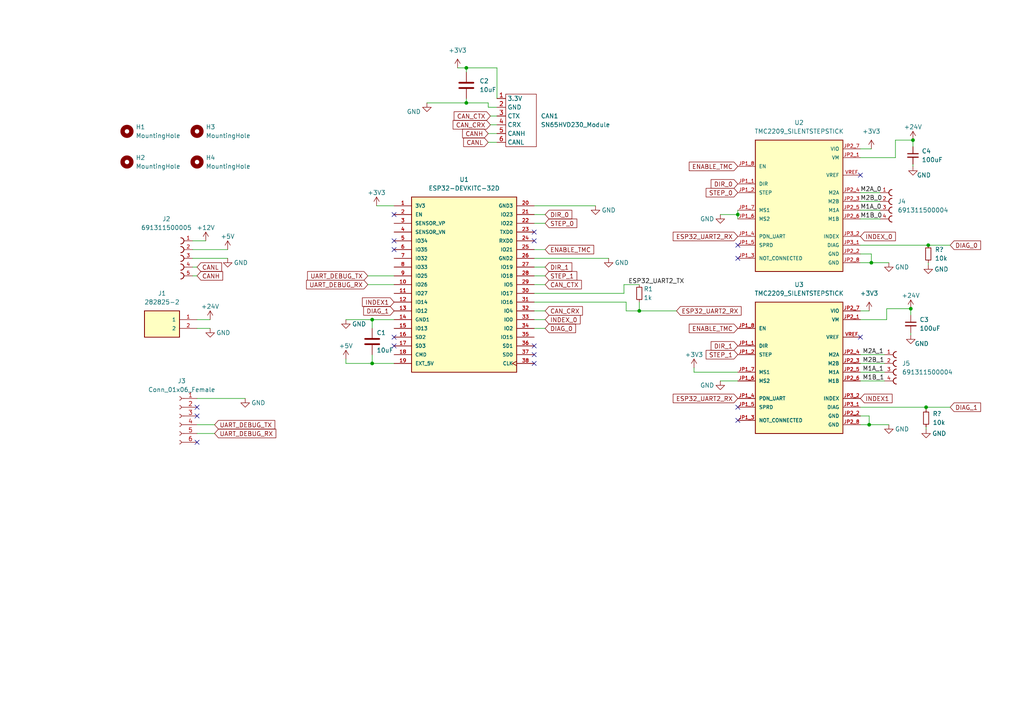
<source format=kicad_sch>
(kicad_sch (version 20211123) (generator eeschema)
  (paper "A4")
  (lib_symbols
    (symbol "Connector:Conn_01x06_Female" (pin_names (offset 1.016) hide)
      (property "Reference" "J" (at 0 7.62 0))
      (property "Value" "Conn_01x06_Female" (at 0 -10.16 0))
      (symbol "Conn_01x06_Female_1_1"
        (arc (start 0 -7.112) (mid -0.508 -7.62) (end 0 -8.128) (stroke (width 0.1524)))
        (arc (start 0 -4.572) (mid -0.508 -5.08) (end 0 -5.588) (stroke (width 0.1524)))
        (arc (start 0 -2.032) (mid -0.508 -2.54) (end 0 -3.048) (stroke (width 0.1524)))
        (polyline (pts (xy -1.27 -7.62) (xy -0.508 -7.62)) (stroke (width 0.1524)))
        (polyline (pts (xy -1.27 -5.08) (xy -0.508 -5.08)) (stroke (width 0.1524)))
        (polyline (pts (xy -1.27 -2.54) (xy -0.508 -2.54)) (stroke (width 0.1524)))
        (polyline (pts (xy -1.27 0) (xy -0.508 0)) (stroke (width 0.1524)))
        (polyline (pts (xy -1.27 2.54) (xy -0.508 2.54)) (stroke (width 0.1524)))
        (polyline (pts (xy -1.27 5.08) (xy -0.508 5.08)) (stroke (width 0.1524)))
        (arc (start 0 0.508) (mid -0.508 0) (end 0 -0.508) (stroke (width 0.1524)))
        (arc (start 0 3.048) (mid -0.508 2.54) (end 0 2.032) (stroke (width 0.1524)))
        (arc (start 0 5.588) (mid -0.508 5.08) (end 0 4.572) (stroke (width 0.1524)))
        (pin passive line (at -5.08 5.08 0) (length 3.81) (name "Pin_1") (number "1"))
        (pin passive line (at -5.08 2.54 0) (length 3.81) (name "Pin_2") (number "2"))
        (pin passive line (at -5.08 0 0) (length 3.81) (name "Pin_3") (number "3"))
        (pin passive line (at -5.08 -2.54 0) (length 3.81) (name "Pin_4") (number "4"))
        (pin passive line (at -5.08 -5.08 0) (length 3.81) (name "Pin_5") (number "5"))
        (pin passive line (at -5.08 -7.62 0) (length 3.81) (name "Pin_6") (number "6"))
      )
    )
    (symbol "Device:C" (pin_numbers hide) (pin_names (offset 0.254))
      (property "Reference" "C" (at 0.635 2.54 0))
      (property "Value" "C" (at 0.635 -2.54 0))
      (symbol "C_0_1"
        (polyline (pts (xy -2.032 -0.762) (xy 2.032 -0.762)) (stroke (width 0.508)))
        (polyline (pts (xy -2.032 0.762) (xy 2.032 0.762)) (stroke (width 0.508)))
      )
      (symbol "C_1_1"
        (pin passive line (at 0 3.81 270) (length 2.794) (name "~") (number "1"))
        (pin passive line (at 0 -3.81 90) (length 2.794) (name "~") (number "2"))
      )
    )
    (symbol "Device:C_Small" (pin_numbers hide) (pin_names (offset 0.254) hide)
      (property "Reference" "C" (at 0.254 1.778 0))
      (property "Value" "C_Small" (at 0.254 -2.032 0))
      (symbol "C_Small_0_1"
        (polyline (pts (xy -1.524 -0.508) (xy 1.524 -0.508)) (stroke (width 0.3302)))
        (polyline (pts (xy -1.524 0.508) (xy 1.524 0.508)) (stroke (width 0.3048)))
      )
      (symbol "C_Small_1_1"
        (pin passive line (at 0 2.54 270) (length 2.032) (name "~") (number "1"))
        (pin passive line (at 0 -2.54 90) (length 2.032) (name "~") (number "2"))
      )
    )
    (symbol "Device:R_Small" (pin_numbers hide) (pin_names (offset 0.254) hide)
      (property "Reference" "R" (at 0.762 0.508 0))
      (property "Value" "R_Small" (at 0.762 -1.016 0))
      (symbol "R_Small_0_1"
        (rectangle (start -0.762 1.778) (end 0.762 -1.778) (stroke (width 0.2032)))
      )
      (symbol "R_Small_1_1"
        (pin passive line (at 0 2.54 270) (length 0.762) (name "~") (number "1"))
        (pin passive line (at 0 -2.54 90) (length 0.762) (name "~") (number "2"))
      )
    )
    (symbol "ESP32-DEVKITC-32D:ESP32-DEVKITC-32D" (pin_names (offset 1.016))
      (property "Reference" "U" (at -15.2654 26.0604 0))
      (property "Value" "ESP32-DEVKITC-32D" (at -15.2654 -27.9654 0))
      (symbol "ESP32-DEVKITC-32D_0_0"
        (rectangle (start -15.24 -25.4) (end 15.24 25.4) (stroke (width 0.254)) (fill (type background)))
        (pin power_in line (at -20.32 22.86 0) (length 5.08) (name "3V3") (number "1"))
        (pin bidirectional line (at -20.32 0 0) (length 5.08) (name "IO26") (number "10"))
        (pin bidirectional line (at -20.32 -2.54 0) (length 5.08) (name "IO27") (number "11"))
        (pin bidirectional line (at -20.32 -5.08 0) (length 5.08) (name "IO14") (number "12"))
        (pin bidirectional line (at -20.32 -7.62 0) (length 5.08) (name "IO12") (number "13"))
        (pin power_in line (at -20.32 -10.16 0) (length 5.08) (name "GND1") (number "14"))
        (pin bidirectional line (at -20.32 -12.7 0) (length 5.08) (name "IO13") (number "15"))
        (pin bidirectional line (at -20.32 -15.24 0) (length 5.08) (name "SD2") (number "16"))
        (pin bidirectional line (at -20.32 -17.78 0) (length 5.08) (name "SD3") (number "17"))
        (pin bidirectional line (at -20.32 -20.32 0) (length 5.08) (name "CMD") (number "18"))
        (pin power_in line (at -20.32 -22.86 0) (length 5.08) (name "EXT_5V") (number "19"))
        (pin input line (at -20.32 20.32 0) (length 5.08) (name "EN") (number "2"))
        (pin power_in line (at 20.32 22.86 180) (length 5.08) (name "GND3") (number "20"))
        (pin bidirectional line (at 20.32 20.32 180) (length 5.08) (name "IO23") (number "21"))
        (pin bidirectional line (at 20.32 17.78 180) (length 5.08) (name "IO22") (number "22"))
        (pin output line (at 20.32 15.24 180) (length 5.08) (name "TXD0") (number "23"))
        (pin input line (at 20.32 12.7 180) (length 5.08) (name "RXD0") (number "24"))
        (pin bidirectional line (at 20.32 10.16 180) (length 5.08) (name "IO21") (number "25"))
        (pin power_in line (at 20.32 7.62 180) (length 5.08) (name "GND2") (number "26"))
        (pin bidirectional line (at 20.32 5.08 180) (length 5.08) (name "IO19") (number "27"))
        (pin bidirectional line (at 20.32 2.54 180) (length 5.08) (name "IO18") (number "28"))
        (pin bidirectional line (at 20.32 0 180) (length 5.08) (name "IO5") (number "29"))
        (pin input line (at -20.32 17.78 0) (length 5.08) (name "SENSOR_VP") (number "3"))
        (pin bidirectional line (at 20.32 -2.54 180) (length 5.08) (name "IO17") (number "30"))
        (pin bidirectional line (at 20.32 -5.08 180) (length 5.08) (name "IO16") (number "31"))
        (pin bidirectional line (at 20.32 -7.62 180) (length 5.08) (name "IO4") (number "32"))
        (pin bidirectional line (at 20.32 -10.16 180) (length 5.08) (name "IO0") (number "33"))
        (pin bidirectional line (at 20.32 -12.7 180) (length 5.08) (name "IO2") (number "34"))
        (pin bidirectional line (at 20.32 -15.24 180) (length 5.08) (name "IO15") (number "35"))
        (pin bidirectional line (at 20.32 -17.78 180) (length 5.08) (name "SD1") (number "36"))
        (pin bidirectional line (at 20.32 -20.32 180) (length 5.08) (name "SD0") (number "37"))
        (pin input clock (at 20.32 -22.86 180) (length 5.08) (name "CLK") (number "38"))
        (pin input line (at -20.32 15.24 0) (length 5.08) (name "SENSOR_VN") (number "4"))
        (pin bidirectional line (at -20.32 12.7 0) (length 5.08) (name "IO34") (number "5"))
        (pin bidirectional line (at -20.32 10.16 0) (length 5.08) (name "IO35") (number "6"))
        (pin bidirectional line (at -20.32 7.62 0) (length 5.08) (name "IO32") (number "7"))
        (pin bidirectional line (at -20.32 5.08 0) (length 5.08) (name "IO33") (number "8"))
        (pin bidirectional line (at -20.32 2.54 0) (length 5.08) (name "IO25") (number "9"))
      )
    )
    (symbol "Mechanical:MountingHole" (pin_names (offset 1.016))
      (property "Reference" "H" (at 0 5.08 0))
      (property "Value" "MountingHole" (at 0 3.175 0))
      (symbol "MountingHole_0_1"
        (circle (center 0 0) (radius 1.27) (stroke (width 1.27)))
      )
    )
    (symbol "SN65HVD230_Module:SN65HVD230_Module"
      (property "Reference" "CAN" (at 0 2.54 0))
      (property "Value" "SN65HVD230_Module" (at 0 5.08 0))
      (symbol "SN65HVD230_Module_0_1"
        (rectangle (start 2.54 0) (end 11.43 -15.24))
      )
      (symbol "SN65HVD230_Module_1_1"
        (pin input line (at 0 -1.27 0) (length 2.54) (name "3.3V") (number "1"))
        (pin input line (at 0 -3.81 0) (length 2.54) (name "GND") (number "2"))
        (pin input line (at 0 -6.35 0) (length 2.54) (name "CTX") (number "3"))
        (pin input line (at 0 -8.89 0) (length 2.54) (name "CRX") (number "4"))
        (pin input line (at 0 -11.43 0) (length 2.54) (name "CANH") (number "5"))
        (pin input line (at 0 -13.97 0) (length 2.54) (name "CANL") (number "6"))
      )
    )
    (symbol "TMC2209_SILENTSTEPSTICK:TMC2209_SILENTSTEPSTICK" (pin_names (offset 1.016))
      (property "Reference" "U" (at -12.7 19.05 0))
      (property "Value" "TMC2209_SILENTSTEPSTICK" (at -12.7 -22.86 0))
      (symbol "TMC2209_SILENTSTEPSTICK_0_0"
        (rectangle (start -12.7 -20.32) (end 12.7 17.78) (stroke (width 0.254)) (fill (type background)))
        (pin input line (at -17.78 5.08 0) (length 5.08) (name "DIR") (number "JP1_1"))
        (pin input line (at -17.78 2.54 0) (length 5.08) (name "STEP") (number "JP1_2"))
        (pin input line (at -17.78 -16.51 0) (length 5.08) (name "NOT_CONNECTED") (number "JP1_3"))
        (pin bidirectional line (at -17.78 -10.16 0) (length 5.08) (name "PDN_UART") (number "JP1_4"))
        (pin input line (at -17.78 -12.7 0) (length 5.08) (name "SPRD") (number "JP1_5"))
        (pin input line (at -17.78 -5.08 0) (length 5.08) (name "MS2") (number "JP1_6"))
        (pin input line (at -17.78 -2.54 0) (length 5.08) (name "MS1") (number "JP1_7"))
        (pin input line (at -17.78 10.16 0) (length 5.08) (name "EN") (number "JP1_8"))
        (pin power_in line (at 17.78 12.7 180) (length 5.08) (name "VM") (number "JP2_1"))
        (pin power_in line (at 17.78 -15.24 180) (length 5.08) (name "GND") (number "JP2_2"))
        (pin passive line (at 17.78 0 180) (length 5.08) (name "M2B") (number "JP2_3"))
        (pin passive line (at 17.78 2.54 180) (length 5.08) (name "M2A") (number "JP2_4"))
        (pin passive line (at 17.78 -2.54 180) (length 5.08) (name "M1A") (number "JP2_5"))
        (pin passive line (at 17.78 -5.08 180) (length 5.08) (name "M1B") (number "JP2_6"))
        (pin power_in line (at 17.78 15.24 180) (length 5.08) (name "VIO") (number "JP2_7"))
        (pin power_in line (at 17.78 -17.78 180) (length 5.08) (name "GND") (number "JP2_8"))
        (pin output line (at 17.78 -12.7 180) (length 5.08) (name "DIAG") (number "JP3_1"))
        (pin output line (at 17.78 -10.16 180) (length 5.08) (name "INDEX") (number "JP3_2"))
        (pin passive line (at 17.78 7.62 180) (length 5.08) (name "VREF") (number "VREF"))
      )
    )
    (symbol "TMC2209_SILENTSTEPSTICK_1" (pin_names (offset 1.016))
      (property "Reference" "U" (at -12.7 19.05 0))
      (property "Value" "TMC2209_SILENTSTEPSTICK_1" (at -12.7 -22.86 0))
      (symbol "TMC2209_SILENTSTEPSTICK_1_0_0"
        (rectangle (start -12.7 -20.32) (end 12.7 17.78) (stroke (width 0.254)) (fill (type background)))
        (pin input line (at -17.78 5.08 0) (length 5.08) (name "DIR") (number "JP1_1"))
        (pin input line (at -17.78 2.54 0) (length 5.08) (name "STEP") (number "JP1_2"))
        (pin input line (at -17.78 -16.51 0) (length 5.08) (name "NOT_CONNECTED") (number "JP1_3"))
        (pin bidirectional line (at -17.78 -10.16 0) (length 5.08) (name "PDN_UART") (number "JP1_4"))
        (pin input line (at -17.78 -12.7 0) (length 5.08) (name "SPRD") (number "JP1_5"))
        (pin input line (at -17.78 -5.08 0) (length 5.08) (name "MS2") (number "JP1_6"))
        (pin input line (at -17.78 -2.54 0) (length 5.08) (name "MS1") (number "JP1_7"))
        (pin input line (at -17.78 10.16 0) (length 5.08) (name "EN") (number "JP1_8"))
        (pin power_in line (at 17.78 12.7 180) (length 5.08) (name "VM") (number "JP2_1"))
        (pin power_in line (at 17.78 -15.24 180) (length 5.08) (name "GND") (number "JP2_2"))
        (pin passive line (at 17.78 0 180) (length 5.08) (name "M2B") (number "JP2_3"))
        (pin passive line (at 17.78 2.54 180) (length 5.08) (name "M2A") (number "JP2_4"))
        (pin passive line (at 17.78 -2.54 180) (length 5.08) (name "M1A") (number "JP2_5"))
        (pin passive line (at 17.78 -5.08 180) (length 5.08) (name "M1B") (number "JP2_6"))
        (pin power_in line (at 17.78 15.24 180) (length 5.08) (name "VIO") (number "JP2_7"))
        (pin power_in line (at 17.78 -17.78 180) (length 5.08) (name "GND") (number "JP2_8"))
        (pin output line (at 17.78 -12.7 180) (length 5.08) (name "DIAG") (number "JP3_1"))
        (pin output line (at 17.78 -10.16 180) (length 5.08) (name "INDEX") (number "JP3_2"))
        (pin passive line (at 17.78 7.62 180) (length 5.08) (name "VREF") (number "VREF"))
      )
    )
    (symbol "phoenix_2Pin_TerminalBlockHeader_male_vertical:282825-2" (pin_names (offset 1.016))
      (property "Reference" "J" (at -5.588 5.08 0))
      (property "Value" "282825-2" (at -5.08 -5.08 0))
      (symbol "282825-2_0_0"
        (rectangle (start -5.08 -2.54) (end 5.08 5.08) (stroke (width 0.254)) (fill (type background)))
        (pin passive line (at -10.16 2.54 0) (length 5.08) (name "1") (number "1"))
        (pin passive line (at -10.16 0 0) (length 5.08) (name "2") (number "2"))
      )
    )
    (symbol "phoenix_4Pin_TerminalBlockHeader_male_vertical:691311500004" (pin_names (offset 1.016) hide)
      (property "Reference" "J" (at 1.27 0.2286 0))
      (property "Value" "691311500004" (at 1.27 -2.54 0))
      (symbol "691311500004_0_0"
        (arc (start -1.651 -1.651) (mid -2.54 -2.54) (end -1.651 -3.429) (stroke (width 0.254)))
        (arc (start -1.651 0.889) (mid -2.54 0) (end -1.651 -0.889) (stroke (width 0.254)))
        (arc (start -1.651 3.429) (mid -2.54 2.54) (end -1.651 1.651) (stroke (width 0.254)))
        (arc (start -1.651 5.969) (mid -2.54 5.08) (end -1.651 4.191) (stroke (width 0.254)))
        (pin passive line (at -5.08 5.08 0) (length 2.54) (name "~") (number "1"))
        (pin passive line (at -5.08 2.54 0) (length 2.54) (name "~") (number "2"))
        (pin passive line (at -5.08 0 0) (length 2.54) (name "~") (number "3"))
        (pin passive line (at -5.08 -2.54 0) (length 2.54) (name "~") (number "4"))
      )
    )
    (symbol "phoenix_5Pin_TerminalBlockHeader_male_vertical:691311500005" (pin_names (offset 1.016) hide)
      (property "Reference" "J" (at 1.27 0.2286 0))
      (property "Value" "691311500005" (at 1.27 -2.54 0))
      (symbol "691311500005_0_0"
        (arc (start -1.651 -4.191) (mid -2.54 -5.08) (end -1.651 -5.969) (stroke (width 0.254)))
        (arc (start -1.651 -1.651) (mid -2.54 -2.54) (end -1.651 -3.429) (stroke (width 0.254)))
        (arc (start -1.651 0.889) (mid -2.54 0) (end -1.651 -0.889) (stroke (width 0.254)))
        (arc (start -1.651 3.429) (mid -2.54 2.54) (end -1.651 1.651) (stroke (width 0.254)))
        (arc (start -1.651 5.969) (mid -2.54 5.08) (end -1.651 4.191) (stroke (width 0.254)))
        (pin passive line (at -5.08 5.08 0) (length 2.54) (name "~") (number "1"))
        (pin passive line (at -5.08 2.54 0) (length 2.54) (name "~") (number "2"))
        (pin passive line (at -5.08 0 0) (length 2.54) (name "~") (number "3"))
        (pin passive line (at -5.08 -2.54 0) (length 2.54) (name "~") (number "4"))
        (pin passive line (at -5.08 -5.08 0) (length 2.54) (name "~") (number "5"))
      )
    )
    (symbol "power:+12V" (power) (pin_names (offset 0))
      (property "Value" "+12V" (at 0 3.556 0))
      (symbol "+12V_0_1"
        (polyline (pts (xy -0.762 1.27) (xy 0 2.54)))
        (polyline (pts (xy 0 0) (xy 0 2.54)))
        (polyline (pts (xy 0 2.54) (xy 0.762 1.27)))
      )
      (symbol "+12V_1_1"
        (pin power_in line (at 0 0 90) (length 0) hide (name "+12V") (number "1"))
      )
    )
    (symbol "power:+24V" (power) (pin_names (offset 0))
      (property "Value" "+24V" (at 0 3.556 0))
      (symbol "+24V_0_1"
        (polyline (pts (xy -0.762 1.27) (xy 0 2.54)))
        (polyline (pts (xy 0 0) (xy 0 2.54)))
        (polyline (pts (xy 0 2.54) (xy 0.762 1.27)))
      )
      (symbol "+24V_1_1"
        (pin power_in line (at 0 0 90) (length 0) hide (name "+24V") (number "1"))
      )
    )
    (symbol "power:+3.3V" (power) (pin_names (offset 0))
      (property "Value" "+3.3V" (at 0 3.556 0))
      (symbol "+3.3V_0_1"
        (polyline (pts (xy -0.762 1.27) (xy 0 2.54)))
        (polyline (pts (xy 0 0) (xy 0 2.54)))
        (polyline (pts (xy 0 2.54) (xy 0.762 1.27)))
      )
      (symbol "+3.3V_1_1"
        (pin power_in line (at 0 0 90) (length 0) hide (name "+3V3") (number "1"))
      )
    )
    (symbol "power:+5V" (power) (pin_names (offset 0))
      (property "Value" "+5V" (at 0 3.556 0))
      (symbol "+5V_0_1"
        (polyline (pts (xy -0.762 1.27) (xy 0 2.54)))
        (polyline (pts (xy 0 0) (xy 0 2.54)))
        (polyline (pts (xy 0 2.54) (xy 0.762 1.27)))
      )
      (symbol "+5V_1_1"
        (pin power_in line (at 0 0 90) (length 0) hide (name "+5V") (number "1"))
      )
    )
    (symbol "power:GND" (power) (pin_names (offset 0))
      (property "Value" "GND" (at 0 -3.81 0))
      (symbol "GND_0_1"
        (polyline (pts (xy 0 0) (xy 0 -1.27) (xy 1.27 -1.27) (xy 0 -2.54) (xy -1.27 -1.27) (xy 0 -1.27)))
      )
      (symbol "GND_1_1"
        (pin power_in line (at 0 0 270) (length 0) hide (name "GND") (number "1"))
      )
    )
  )
  (junction (at 185.42 90.17))
  (junction (at 252.73 76.2))
  (junction (at 135.255 19.685))
  (junction (at 269.24 71.12))
  (junction (at 135.255 29.845))
  (junction (at 268.605 118.11))
  (junction (at 107.95 105.41))
  (junction (at 252.095 123.19))
  (junction (at 264.795 40.64))
  (junction (at 107.95 92.71))
  (junction (at 213.995 62.23))
  (junction (at 264.16 89.535))
  (no_connect (at 114.3 69.85))
  (no_connect (at 114.3 72.39))
  (no_connect (at 213.995 71.12))
  (no_connect (at 213.995 118.11))
  (no_connect (at 213.995 74.93))
  (no_connect (at 213.995 121.92))
  (no_connect (at 114.3 97.79))
  (no_connect (at 114.3 62.23))
  (no_connect (at 57.15 118.11))
  (no_connect (at 57.15 120.65))
  (no_connect (at 249.555 97.79))
  (no_connect (at 249.555 50.8))
  (no_connect (at 114.3 100.33))
  (no_connect (at 154.94 105.41))
  (no_connect (at 154.94 102.87))
  (no_connect (at 154.94 100.33))
  (no_connect (at 154.94 69.85))
  (no_connect (at 154.94 67.31))
  (no_connect (at 57.15 128.27))
  (wire (pts (xy 106.68 82.55) (xy 114.3 82.55)))
  (wire (pts (xy 100.33 92.71) (xy 107.95 92.71)))
  (wire (pts (xy 252.095 123.19) (xy 257.81 123.19)))
  (wire (pts (xy 154.94 74.93) (xy 176.53 74.93)))
  (wire (pts (xy 144.145 19.685) (xy 144.145 28.575)))
  (wire (pts (xy 135.255 19.685) (xy 135.255 20.955)))
  (wire (pts (xy 264.795 47.625) (xy 264.795 48.26)))
  (wire (pts (xy 249.555 110.49) (xy 256.54 110.49)))
  (wire (pts (xy 154.94 92.71) (xy 158.115 92.71)))
  (wire (pts (xy 181.61 90.17) (xy 185.42 90.17)))
  (wire (pts (xy 55.88 72.39) (xy 66.04 72.39)))
  (wire (pts (xy 249.555 60.96) (xy 255.27 60.96)))
  (wire (pts (xy 249.555 63.5) (xy 255.27 63.5)))
  (wire (pts (xy 264.16 96.52) (xy 264.16 97.155)))
  (wire (pts (xy 249.555 123.19) (xy 252.095 123.19)))
  (wire (pts (xy 55.88 80.01) (xy 57.15 80.01)))
  (wire (pts (xy 114.3 105.41) (xy 107.95 105.41)))
  (wire (pts (xy 135.255 28.575) (xy 135.255 29.845)))
  (wire (pts (xy 154.94 95.25) (xy 158.115 95.25)))
  (wire (pts (xy 107.95 92.71) (xy 107.95 95.25)))
  (wire (pts (xy 249.555 45.72) (xy 259.715 45.72)))
  (wire (pts (xy 142.24 33.655) (xy 144.145 33.655)))
  (wire (pts (xy 201.295 107.95) (xy 213.995 107.95)))
  (wire (pts (xy 141.605 38.735) (xy 144.145 38.735)))
  (wire (pts (xy 249.555 73.66) (xy 252.73 73.66)))
  (wire (pts (xy 249.555 120.65) (xy 252.095 120.65)))
  (wire (pts (xy 154.94 59.69) (xy 172.72 59.69)))
  (wire (pts (xy 249.555 102.87) (xy 256.54 102.87)))
  (wire (pts (xy 142.24 36.195) (xy 144.145 36.195)))
  (wire (pts (xy 213.995 62.23) (xy 213.995 63.5)))
  (wire (pts (xy 154.94 87.63) (xy 181.61 87.63)))
  (wire (pts (xy 268.605 118.745) (xy 268.605 118.11)))
  (wire (pts (xy 264.16 89.535) (xy 264.16 91.44)))
  (wire (pts (xy 180.975 82.55) (xy 185.42 82.55)))
  (wire (pts (xy 107.95 92.71) (xy 114.3 92.71)))
  (wire (pts (xy 154.94 85.09) (xy 180.975 85.09)))
  (wire (pts (xy 144.145 31.115) (xy 141.605 31.115)))
  (wire (pts (xy 249.555 76.2) (xy 252.73 76.2)))
  (wire (pts (xy 269.24 71.12) (xy 249.555 71.12)))
  (wire (pts (xy 57.15 115.57) (xy 71.12 115.57)))
  (wire (pts (xy 264.795 40.64) (xy 264.795 42.545)))
  (wire (pts (xy 275.59 118.11) (xy 268.605 118.11)))
  (wire (pts (xy 154.94 90.17) (xy 158.115 90.17)))
  (wire (pts (xy 259.715 45.72) (xy 259.715 40.64)))
  (wire (pts (xy 249.555 90.17) (xy 252.095 90.17)))
  (wire (pts (xy 100.33 105.41) (xy 100.33 104.14)))
  (wire (pts (xy 57.15 95.25) (xy 60.96 95.25)))
  (wire (pts (xy 141.605 31.115) (xy 141.605 29.845)))
  (wire (pts (xy 213.995 60.96) (xy 213.995 62.23)))
  (wire (pts (xy 268.605 118.11) (xy 249.555 118.11)))
  (wire (pts (xy 257.175 92.71) (xy 257.175 89.535)))
  (wire (pts (xy 185.42 87.63) (xy 185.42 90.17)))
  (wire (pts (xy 57.15 123.19) (xy 62.23 123.19)))
  (wire (pts (xy 208.915 62.23) (xy 213.995 62.23)))
  (wire (pts (xy 57.15 125.73) (xy 62.23 125.73)))
  (wire (pts (xy 154.94 80.01) (xy 158.115 80.01)))
  (wire (pts (xy 252.095 120.65) (xy 252.095 123.19)))
  (wire (pts (xy 249.555 92.71) (xy 257.175 92.71)))
  (wire (pts (xy 185.42 90.17) (xy 196.215 90.17)))
  (wire (pts (xy 107.95 102.87) (xy 107.95 105.41)))
  (wire (pts (xy 57.15 92.71) (xy 60.96 92.71)))
  (wire (pts (xy 55.88 69.85) (xy 59.69 69.85)))
  (wire (pts (xy 141.605 41.275) (xy 144.145 41.275)))
  (wire (pts (xy 107.95 105.41) (xy 100.33 105.41)))
  (wire (pts (xy 55.88 74.93) (xy 66.04 74.93)))
  (wire (pts (xy 249.555 43.18) (xy 252.73 43.18)))
  (wire (pts (xy 154.94 62.23) (xy 158.115 62.23)))
  (wire (pts (xy 249.555 55.88) (xy 255.27 55.88)))
  (wire (pts (xy 109.22 59.69) (xy 114.3 59.69)))
  (wire (pts (xy 181.61 87.63) (xy 181.61 90.17)))
  (wire (pts (xy 249.555 58.42) (xy 255.27 58.42)))
  (wire (pts (xy 268.605 123.825) (xy 268.605 124.46)))
  (wire (pts (xy 249.555 105.41) (xy 256.54 105.41)))
  (wire (pts (xy 252.73 76.2) (xy 257.81 76.2)))
  (wire (pts (xy 275.59 71.12) (xy 269.24 71.12)))
  (wire (pts (xy 249.555 107.95) (xy 256.54 107.95)))
  (wire (pts (xy 257.175 89.535) (xy 264.16 89.535)))
  (wire (pts (xy 154.94 72.39) (xy 158.115 72.39)))
  (wire (pts (xy 154.94 64.77) (xy 158.115 64.77)))
  (wire (pts (xy 180.975 85.09) (xy 180.975 82.55)))
  (wire (pts (xy 259.715 40.64) (xy 264.795 40.64)))
  (wire (pts (xy 132.715 19.685) (xy 135.255 19.685)))
  (wire (pts (xy 106.68 80.01) (xy 114.3 80.01)))
  (wire (pts (xy 201.295 107.95) (xy 201.295 106.68)))
  (wire (pts (xy 269.24 76.2) (xy 269.24 76.835)))
  (wire (pts (xy 208.915 110.49) (xy 213.995 110.49)))
  (wire (pts (xy 252.73 73.66) (xy 252.73 76.2)))
  (wire (pts (xy 55.88 77.47) (xy 57.15 77.47)))
  (wire (pts (xy 135.255 29.845) (xy 141.605 29.845)))
  (wire (pts (xy 123.825 29.845) (xy 135.255 29.845)))
  (wire (pts (xy 154.94 77.47) (xy 158.115 77.47)))
  (wire (pts (xy 154.94 82.55) (xy 158.115 82.55)))
  (wire (pts (xy 135.255 19.685) (xy 144.145 19.685)))
  (label "M1A_0" (at 249.555 60.96 0))
  (label "M2B_1" (at 250.19 105.41 0))
  (label "M1B_0" (at 249.555 63.5 0))
  (label "M2B_0" (at 249.555 58.42 0))
  (label "M1B_1" (at 250.19 110.49 0))
  (label "M2A_1" (at 250.19 102.87 0))
  (label "M2A_0" (at 249.555 55.88 0))
  (label "ESP32_UART2_TX" (at 182.245 82.55 0))
  (label "M1A_1" (at 250.19 107.95 0))
  (global_label "CANH" (shape input) (at 141.605 38.735 180) (property "Intersheet References" "${INTERSHEET_REFS}" (effects hide)))
  (global_label "DIAG_0" (shape input) (at 158.115 95.25 0) (property "Intersheet References" "${INTERSHEET_REFS}" (effects hide)))
  (global_label "CAN_CRX" (shape input) (at 142.24 36.195 180) (property "Intersheet References" "${INTERSHEET_REFS}" (effects hide)))
  (global_label "ESP32_UART2_RX" (shape input) (at 213.995 68.58 180) (property "Intersheet References" "${INTERSHEET_REFS}" (effects hide)))
  (global_label "DIAG_1" (shape input) (at 114.3 90.17 180) (property "Intersheet References" "${INTERSHEET_REFS}" (effects hide)))
  (global_label "STEP_0" (shape input) (at 213.995 55.88 180) (property "Intersheet References" "${INTERSHEET_REFS}" (effects hide)))
  (global_label "STEP_1" (shape input) (at 158.115 80.01 0) (property "Intersheet References" "${INTERSHEET_REFS}" (effects hide)))
  (global_label "CANL" (shape input) (at 57.15 77.47 0) (property "Intersheet References" "${INTERSHEET_REFS}" (effects hide)))
  (global_label "INDEX1" (shape input) (at 249.555 115.57 0) (property "Intersheet References" "${INTERSHEET_REFS}" (effects hide)))
  (global_label "STEP_1" (shape input) (at 213.995 102.87 180) (property "Intersheet References" "${INTERSHEET_REFS}" (effects hide)))
  (global_label "DIR_1" (shape input) (at 158.115 77.47 0) (property "Intersheet References" "${INTERSHEET_REFS}" (effects hide)))
  (global_label "UART_DEBUG_RX" (shape input) (at 62.23 125.73 0) (property "Intersheet References" "${INTERSHEET_REFS}" (effects hide)))
  (global_label "DIR_1" (shape input) (at 213.995 100.33 180) (property "Intersheet References" "${INTERSHEET_REFS}" (effects hide)))
  (global_label "DIR_0" (shape input) (at 158.115 62.23 0) (property "Intersheet References" "${INTERSHEET_REFS}" (effects hide)))
  (global_label "ESP32_UART2_RX" (shape input) (at 196.215 90.17 0) (property "Intersheet References" "${INTERSHEET_REFS}" (effects hide)))
  (global_label "INDEX_0" (shape input) (at 158.115 92.71 0) (property "Intersheet References" "${INTERSHEET_REFS}" (effects hide)))
  (global_label "CAN_CTX" (shape input) (at 142.24 33.655 180) (property "Intersheet References" "${INTERSHEET_REFS}" (effects hide)))
  (global_label "DIAG_1" (shape input) (at 275.59 118.11 0) (property "Intersheet References" "${INTERSHEET_REFS}" (effects hide)))
  (global_label "DIAG_0" (shape input) (at 275.59 71.12 0) (property "Intersheet References" "${INTERSHEET_REFS}" (effects hide)))
  (global_label "ENABLE_TMC" (shape input) (at 213.995 95.25 180) (property "Intersheet References" "${INTERSHEET_REFS}" (effects hide)))
  (global_label "INDEX1" (shape input) (at 114.3 87.63 180) (property "Intersheet References" "${INTERSHEET_REFS}" (effects hide)))
  (global_label "CAN_CTX" (shape input) (at 158.115 82.55 0) (property "Intersheet References" "${INTERSHEET_REFS}" (effects hide)))
  (global_label "DIR_0" (shape input) (at 213.995 53.34 180) (property "Intersheet References" "${INTERSHEET_REFS}" (effects hide)))
  (global_label "ENABLE_TMC" (shape input) (at 213.995 48.26 180) (property "Intersheet References" "${INTERSHEET_REFS}" (effects hide)))
  (global_label "UART_DEBUG_TX" (shape input) (at 106.68 80.01 180) (property "Intersheet References" "${INTERSHEET_REFS}" (effects hide)))
  (global_label "ENABLE_TMC" (shape input) (at 158.115 72.39 0) (property "Intersheet References" "${INTERSHEET_REFS}" (effects hide)))
  (global_label "ESP32_UART2_RX" (shape input) (at 213.995 115.57 180) (property "Intersheet References" "${INTERSHEET_REFS}" (effects hide)))
  (global_label "CANH" (shape input) (at 57.15 80.01 0) (property "Intersheet References" "${INTERSHEET_REFS}" (effects hide)))
  (global_label "CAN_CRX" (shape input) (at 158.115 90.17 0) (property "Intersheet References" "${INTERSHEET_REFS}" (effects hide)))
  (global_label "INDEX_0" (shape input) (at 249.555 68.58 0) (property "Intersheet References" "${INTERSHEET_REFS}" (effects hide)))
  (global_label "UART_DEBUG_TX" (shape input) (at 62.23 123.19 0) (property "Intersheet References" "${INTERSHEET_REFS}" (effects hide)))
  (global_label "STEP_0" (shape input) (at 158.115 64.77 0) (property "Intersheet References" "${INTERSHEET_REFS}" (effects hide)))
  (global_label "CANL" (shape input) (at 141.605 41.275 180) (property "Intersheet References" "${INTERSHEET_REFS}" (effects hide)))
  (global_label "UART_DEBUG_RX" (shape input) (at 106.68 82.55 180) (property "Intersheet References" "${INTERSHEET_REFS}" (effects hide)))
  (symbol (lib_id "Device:C") (at 135.255 24.765 0) (unit 1)
    (property "Reference" "C2" (at 139.065 23.4949 0) (effects (justify left)))
    (property "Value" "10uF" (at 139.065 26.0349 0) (effects (justify left)))
    (property "Footprint" "Capacitor_SMD:C_1206_3216Metric_Pad1.33x1.80mm_HandSolder" (effects hide))
  )
  (symbol (lib_id "Mechanical:MountingHole") (at 36.83 46.99 0) (unit 1)
    (property "Reference" "H2" (at 39.37 45.7199 0) (effects (justify left)))
    (property "Value" "MountingHole" (at 39.37 48.2599 0) (effects (justify left)))
    (property "Footprint" "MountingHole:MountingHole_4.3mm_M4" (effects hide))
  )
  (symbol (lib_id "power:+12V") (at 59.69 69.85 0) (unit 1)
    (property "Reference" "#PWR0107" (effects hide))
    (property "Value" "+12V" (at 59.69 66.04 0))
  )
  (symbol (lib_id "SN65HVD230_Module:SN65HVD230_Module") (at 144.145 27.305 0) (unit 1)
    (property "Reference" "CAN1" (at 156.845 33.6549 0) (effects (justify left)))
    (property "Value" "SN65HVD230_Module" (at 156.845 36.1949 0) (effects (justify left)))
    (property "Footprint" "SN65HVD230_Module:SN65HSV230_Module" (effects hide))
  )
  (symbol (lib_id "power:+3.3V") (at 109.22 59.69 0) (unit 1)
    (property "Reference" "#PWR0103" (effects hide))
    (property "Value" "+3.3V" (at 109.22 55.88 0))
  )
  (symbol (lib_id "Device:C_Small") (at 264.795 45.085 0) (unit 1)
    (property "Reference" "C4" (at 267.335 43.815 0) (effects (justify left)))
    (property "Value" "100uF" (at 267.335 46.355 0) (effects (justify left)))
    (property "Footprint" "Capacitor_SMD:CP_Elec_8x10" (effects hide))
  )
  (symbol (lib_id "power:+3.3V") (at 252.095 90.17 0) (unit 1)
    (property "Reference" "#PWR0113" (effects hide))
    (property "Value" "+3.3V" (at 252.095 85.09 0))
  )
  (symbol (lib_id "power:GND") (at 172.72 59.69 0) (unit 1)
    (property "Reference" "#PWR0123" (effects hide))
    (property "Value" "GND" (at 176.53 60.96 0))
  )
  (symbol (lib_name "TMC2209_SILENTSTEPSTICK_1") (lib_id "TMC2209_SILENTSTEPSTICK:TMC2209_SILENTSTEPSTICK") (at 231.775 58.42 0) (unit 1)
    (property "Reference" "U2" (at 231.775 35.56 0))
    (property "Value" "TMC2209_SILENTSTEPSTICK" (at 231.775 38.1 0))
    (property "Footprint" "TMC2209_SILENTSTEPSTICK:MODULE_TMC2209_SILENTSTEPSTICK" (effects hide))
    (property "MANUFACTURER" "Trinamic Motion" (effects hide))
  )
  (symbol (lib_id "power:+24V") (at 60.96 92.71 0) (unit 1)
    (property "Reference" "#PWR0111" (effects hide))
    (property "Value" "+24V" (at 60.96 88.9 0))
  )
  (symbol (lib_id "phoenix_4Pin_TerminalBlockHeader_male_vertical:691311500004") (at 260.35 60.96 0) (unit 1)
    (property "Reference" "J4" (at 260.35 58.4199 0) (effects (justify left)))
    (property "Value" "691311500004" (at 260.35 60.9599 0) (effects (justify left)))
    (property "Footprint" "4 Position Terminal Block Header, Male, vertical:phoenix_4Pin_TerminalBlockHeader_male_vertical" (effects hide))
  )
  (symbol (lib_id "power:GND") (at 123.825 29.845 0) (unit 1)
    (property "Reference" "#PWR0104" (effects hide))
    (property "Value" "GND" (at 120.015 32.385 0))
  )
  (symbol (lib_id "phoenix_4Pin_TerminalBlockHeader_male_vertical:691311500004") (at 261.62 107.95 0) (unit 1)
    (property "Reference" "J5" (at 261.62 105.4099 0) (effects (justify left)))
    (property "Value" "691311500004" (at 261.62 107.9499 0) (effects (justify left)))
    (property "Footprint" "4 Position Terminal Block Header, Male, vertical:phoenix_4Pin_TerminalBlockHeader_male_vertical" (effects hide))
  )
  (symbol (lib_id "power:+3.3V") (at 132.715 19.685 0) (unit 1)
    (property "Reference" "#PWR0105" (effects hide))
    (property "Value" "+3.3V" (at 132.715 14.605 0))
  )
  (symbol (lib_id "power:GND") (at 208.915 62.23 0) (unit 1)
    (property "Reference" "#PWR0118" (effects hide))
    (property "Value" "GND" (at 205.105 63.5 0))
  )
  (symbol (lib_id "Device:R_Small") (at 268.605 121.285 0) (unit 1)
    (property "Reference" "R?" (at 270.51 120.0149 0) (effects (justify left)))
    (property "Value" "10k" (at 270.51 122.5549 0) (effects (justify left)))
  )
  (symbol (lib_id "Connector:Conn_01x06_Female") (at 52.07 120.65 0) (mirror y) (unit 1)
    (property "Reference" "J3" (at 52.705 110.49 0))
    (property "Value" "Conn_01x06_Female" (at 52.705 113.03 0))
    (property "Footprint" "Connector_PinHeader_2.54mm:PinHeader_1x06_P2.54mm_Vertical" (effects hide))
  )
  (symbol (lib_id "power:+5V") (at 66.04 72.39 0) (unit 1)
    (property "Reference" "#PWR0109" (effects hide))
    (property "Value" "+5V" (at 66.04 68.58 0))
  )
  (symbol (lib_id "Device:C") (at 107.95 99.06 0) (unit 1)
    (property "Reference" "C1" (at 109.22 96.52 0) (effects (justify left)))
    (property "Value" "10uF" (at 109.22 101.6 0) (effects (justify left)))
    (property "Footprint" "Capacitor_SMD:C_1206_3216Metric_Pad1.33x1.80mm_HandSolder" (effects hide))
  )
  (symbol (lib_id "power:GND") (at 60.96 95.25 0) (unit 1)
    (property "Reference" "#PWR0110" (effects hide))
    (property "Value" "GND" (at 64.77 96.52 0))
  )
  (symbol (lib_id "power:GND") (at 257.81 123.19 0) (unit 1)
    (property "Reference" "#PWR0117" (effects hide))
    (property "Value" "GND" (at 261.62 124.46 0))
  )
  (symbol (lib_id "power:GND") (at 264.16 97.155 0) (unit 1)
    (property "Reference" "#PWR0120" (effects hide))
    (property "Value" "GND" (at 267.335 99.695 0))
  )
  (symbol (lib_id "Mechanical:MountingHole") (at 57.15 46.99 0) (unit 1)
    (property "Reference" "H4" (at 59.69 45.7199 0) (effects (justify left)))
    (property "Value" "MountingHole" (at 59.69 48.2599 0) (effects (justify left)))
    (property "Footprint" "MountingHole:MountingHole_4.3mm_M4" (effects hide))
  )
  (symbol (lib_id "power:+5V") (at 100.33 104.14 0) (unit 1)
    (property "Reference" "#PWR0102" (effects hide))
    (property "Value" "+5V" (at 100.33 100.33 0))
  )
  (symbol (lib_id "power:+3.3V") (at 201.295 106.68 0) (unit 1)
    (property "Reference" "#PWR0119" (effects hide))
    (property "Value" "+3.3V" (at 201.295 102.87 0))
  )
  (symbol (lib_id "phoenix_5Pin_TerminalBlockHeader_male_vertical:691311500005") (at 50.8 74.93 0) (mirror y) (unit 1)
    (property "Reference" "J2" (at 48.26 63.5 0))
    (property "Value" "691311500005" (at 48.26 66.04 0))
    (property "Footprint" "5 Position Terminal Block Header, Male, vertical:phoenix_5Pin_TerminalBlockHeader_male_vertical" (effects hide))
  )
  (symbol (lib_id "power:GND") (at 176.53 74.93 0) (unit 1)
    (property "Reference" "#PWR0122" (effects hide))
    (property "Value" "GND" (at 180.34 76.2 0))
  )
  (symbol (lib_id "Mechanical:MountingHole") (at 57.15 38.1 0) (unit 1)
    (property "Reference" "H3" (at 59.69 36.8299 0) (effects (justify left)))
    (property "Value" "MountingHole" (at 59.69 39.3699 0) (effects (justify left)))
    (property "Footprint" "MountingHole:MountingHole_4.3mm_M4" (effects hide))
  )
  (symbol (lib_id "power:GND") (at 268.605 124.46 0) (unit 1)
    (property "Reference" "#PWR?" (effects hide))
    (property "Value" "GND" (at 272.415 125.73 0))
  )
  (symbol (lib_id "power:GND") (at 208.915 110.49 0) (unit 1)
    (property "Reference" "#PWR0115" (effects hide))
    (property "Value" "GND" (at 205.105 111.76 0))
  )
  (symbol (lib_id "power:GND") (at 71.12 115.57 0) (unit 1)
    (property "Reference" "#PWR0106" (effects hide))
    (property "Value" "GND" (at 74.93 116.84 0))
  )
  (symbol (lib_id "power:GND") (at 257.81 76.2 0) (unit 1)
    (property "Reference" "#PWR0116" (effects hide))
    (property "Value" "GND" (at 261.62 77.47 0))
  )
  (symbol (lib_id "Device:C_Small") (at 264.16 93.98 0) (unit 1)
    (property "Reference" "C3" (at 266.7 92.71 0) (effects (justify left)))
    (property "Value" "100uF" (at 266.7 95.25 0) (effects (justify left)))
    (property "Footprint" "Capacitor_SMD:CP_Elec_8x10" (effects hide))
  )
  (symbol (lib_id "power:+3.3V") (at 252.73 43.18 0) (unit 1)
    (property "Reference" "#PWR0112" (effects hide))
    (property "Value" "+3.3V" (at 252.73 38.1 0))
  )
  (symbol (lib_id "power:+24V") (at 264.16 89.535 0) (unit 1)
    (property "Reference" "#PWR0121" (effects hide))
    (property "Value" "+24V" (at 264.16 85.725 0))
  )
  (symbol (lib_id "power:+24V") (at 264.795 40.64 0) (unit 1)
    (property "Reference" "#PWR0114" (effects hide))
    (property "Value" "+24V" (at 264.795 36.83 0))
  )
  (symbol (lib_id "Mechanical:MountingHole") (at 36.83 38.1 0) (unit 1)
    (property "Reference" "H1" (at 39.37 36.8299 0) (effects (justify left)))
    (property "Value" "MountingHole" (at 39.37 39.3699 0) (effects (justify left)))
    (property "Footprint" "MountingHole:MountingHole_4.3mm_M4" (effects hide))
  )
  (symbol (lib_id "power:GND") (at 269.24 76.835 0) (unit 1)
    (property "Reference" "#PWR?" (effects hide))
    (property "Value" "GND" (at 273.05 78.105 0))
  )
  (symbol (lib_id "Device:R_Small") (at 185.42 85.09 0) (unit 1)
    (property "Reference" "R1" (at 186.69 83.82 0) (effects (justify left)))
    (property "Value" "1k" (at 186.69 86.36 0) (effects (justify left)))
    (property "Footprint" "Resistor_SMD:R_1206_3216Metric_Pad1.30x1.75mm_HandSolder" (effects hide))
  )
  (symbol (lib_id "power:GND") (at 264.795 48.26 0) (unit 1)
    (property "Reference" "#PWR0124" (effects hide))
    (property "Value" "GND" (at 267.97 50.8 0))
  )
  (symbol (lib_id "power:GND") (at 66.04 74.93 0) (unit 1)
    (property "Reference" "#PWR0108" (effects hide))
    (property "Value" "GND" (at 69.85 76.2 0))
  )
  (symbol (lib_id "TMC2209_SILENTSTEPSTICK:TMC2209_SILENTSTEPSTICK") (at 231.775 105.41 0) (unit 1)
    (property "Reference" "U3" (at 231.775 82.55 0))
    (property "Value" "TMC2209_SILENTSTEPSTICK" (at 231.775 85.09 0))
    (property "Footprint" "TMC2209_SILENTSTEPSTICK:MODULE_TMC2209_SILENTSTEPSTICK" (effects hide))
    (property "MANUFACTURER" "Trinamic Motion" (effects hide))
  )
  (symbol (lib_id "power:GND") (at 100.33 92.71 0) (unit 1)
    (property "Reference" "#PWR0101" (effects hide))
    (property "Value" "GND" (at 104.14 93.98 0))
  )
  (symbol (lib_id "ESP32-DEVKITC-32D:ESP32-DEVKITC-32D") (at 134.62 82.55 0) (unit 1)
    (property "Reference" "U1" (at 134.62 52.07 0))
    (property "Value" "ESP32-DEVKITC-32D" (at 134.62 54.61 0))
    (property "Footprint" "ESP32 DevKit:MODULE_ESP32-DEVKITC-32D" (effects hide))
    (property "MANUFACTURER" "Espressif Systems" (effects hide))
    (property "PARTREV" "4" (effects hide))
  )
  (symbol (lib_id "phoenix_2Pin_TerminalBlockHeader_male_vertical:282825-2") (at 46.99 95.25 0) (mirror y) (unit 1)
    (property "Reference" "J1" (at 46.99 85.09 0))
    (property "Value" "282825-2" (at 46.99 87.63 0))
    (property "Footprint" "2 Position Terminal Block Header, Male, vertical:phoenix_2Pin_TerminalBlockHeader_male_vertical" (effects hide))
    (property "Number_of_Positions" "2" (effects hide))
    (property "Centerline_Pitch" "5.08 mm[.2 in]" (effects hide))
    (property "EU_RoHS_Compliance" "Compliant" (effects hide))
    (property "Comment" "282825-2" (effects hide))
  )
  (symbol (lib_id "Device:R_Small") (at 269.24 73.66 0) (unit 1)
    (property "Reference" "R?" (at 271.145 72.3899 0) (effects (justify left)))
    (property "Value" "10k" (at 271.145 74.9299 0) (effects (justify left)))
  )
)
</source>
